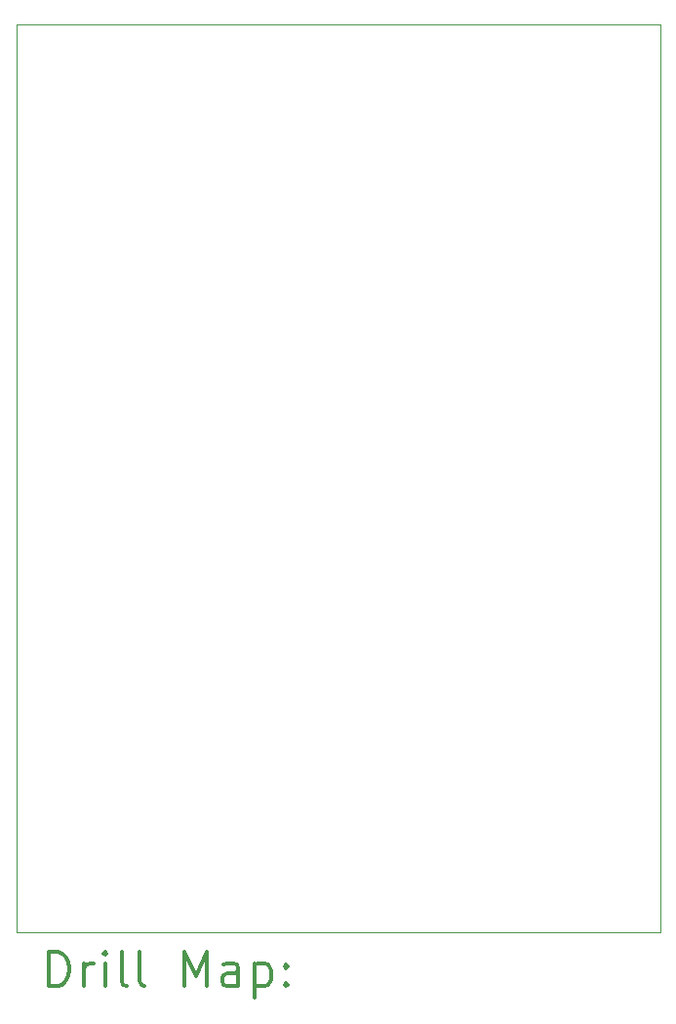
<source format=gbr>
%FSLAX45Y45*%
G04 Gerber Fmt 4.5, Leading zero omitted, Abs format (unit mm)*
G04 Created by KiCad (PCBNEW 5.1.12-84ad8e8a86~92~ubuntu20.04.1) date 2021-12-23 14:30:52*
%MOMM*%
%LPD*%
G01*
G04 APERTURE LIST*
%TA.AperFunction,Profile*%
%ADD10C,0.050000*%
%TD*%
%ADD11C,0.200000*%
%ADD12C,0.300000*%
G04 APERTURE END LIST*
D10*
X8128000Y-2540000D02*
X2540000Y-2540000D01*
X8128000Y-10414000D02*
X8128000Y-2540000D01*
X2540000Y-10414000D02*
X8128000Y-10414000D01*
X2540000Y-2540000D02*
X2540000Y-10414000D01*
D11*
D12*
X2823928Y-10882214D02*
X2823928Y-10582214D01*
X2895357Y-10582214D01*
X2938214Y-10596500D01*
X2966786Y-10625072D01*
X2981071Y-10653643D01*
X2995357Y-10710786D01*
X2995357Y-10753643D01*
X2981071Y-10810786D01*
X2966786Y-10839357D01*
X2938214Y-10867929D01*
X2895357Y-10882214D01*
X2823928Y-10882214D01*
X3123928Y-10882214D02*
X3123928Y-10682214D01*
X3123928Y-10739357D02*
X3138214Y-10710786D01*
X3152500Y-10696500D01*
X3181071Y-10682214D01*
X3209643Y-10682214D01*
X3309643Y-10882214D02*
X3309643Y-10682214D01*
X3309643Y-10582214D02*
X3295357Y-10596500D01*
X3309643Y-10610786D01*
X3323928Y-10596500D01*
X3309643Y-10582214D01*
X3309643Y-10610786D01*
X3495357Y-10882214D02*
X3466786Y-10867929D01*
X3452500Y-10839357D01*
X3452500Y-10582214D01*
X3652500Y-10882214D02*
X3623928Y-10867929D01*
X3609643Y-10839357D01*
X3609643Y-10582214D01*
X3995357Y-10882214D02*
X3995357Y-10582214D01*
X4095357Y-10796500D01*
X4195357Y-10582214D01*
X4195357Y-10882214D01*
X4466786Y-10882214D02*
X4466786Y-10725072D01*
X4452500Y-10696500D01*
X4423928Y-10682214D01*
X4366786Y-10682214D01*
X4338214Y-10696500D01*
X4466786Y-10867929D02*
X4438214Y-10882214D01*
X4366786Y-10882214D01*
X4338214Y-10867929D01*
X4323928Y-10839357D01*
X4323928Y-10810786D01*
X4338214Y-10782214D01*
X4366786Y-10767929D01*
X4438214Y-10767929D01*
X4466786Y-10753643D01*
X4609643Y-10682214D02*
X4609643Y-10982214D01*
X4609643Y-10696500D02*
X4638214Y-10682214D01*
X4695357Y-10682214D01*
X4723928Y-10696500D01*
X4738214Y-10710786D01*
X4752500Y-10739357D01*
X4752500Y-10825072D01*
X4738214Y-10853643D01*
X4723928Y-10867929D01*
X4695357Y-10882214D01*
X4638214Y-10882214D01*
X4609643Y-10867929D01*
X4881071Y-10853643D02*
X4895357Y-10867929D01*
X4881071Y-10882214D01*
X4866786Y-10867929D01*
X4881071Y-10853643D01*
X4881071Y-10882214D01*
X4881071Y-10696500D02*
X4895357Y-10710786D01*
X4881071Y-10725072D01*
X4866786Y-10710786D01*
X4881071Y-10696500D01*
X4881071Y-10725072D01*
M02*

</source>
